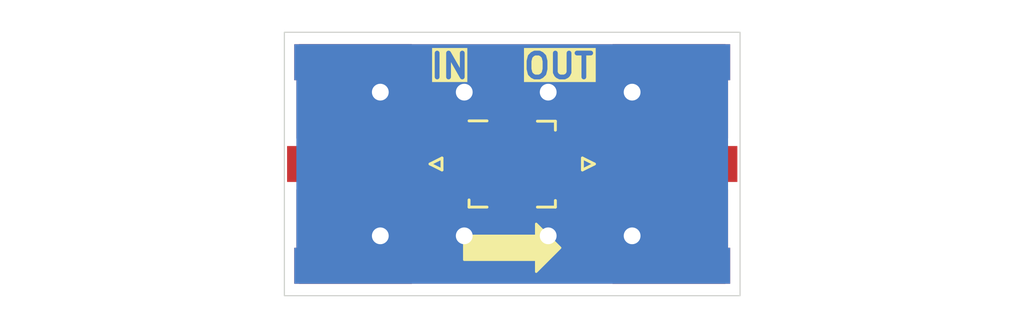
<source format=kicad_pcb>
(kicad_pcb (version 20240108) (generator "pcbnew") (generator_version "8.0")
  (title_block (date "2024-08-02") (rev "A"))
  (layers (0 "F.Cu" signal) (31 "B.Cu" signal) (34 "B.Paste" user) (35 "F.Paste" user) (36 "B.SilkS" user "B.Silkscreen") (37 "F.SilkS" user "F.Silkscreen") (38 "B.Mask" user) (39 "F.Mask" user) (44 "Edge.Cuts" user))
  (net 0 "")
  (net 1 "GND")
  (net 2 "/RF_IN")
  (net 3 "/RF_OUT")
  (footprint "Custom_Connector_Coaxial:SMA_Amphenol_132289_EdgeMount" (layer "F.Cu") (at 93.8625 30 180)
    (property "Reference" "J1" (hide yes))
    (property "Value" "SMA F Board Edge Mount")
    (fp_line (start -3.21 0) (end -3.71 -0.25) (stroke (width 0.12)) (layer "F.SilkS"))
    (fp_line (start -3.71 0.25) (end -3.21 0) (stroke (width 0.12)) (layer "F.SilkS"))
    (fp_line (start -3.71 -0.25) (end -3.71 0.25) (stroke (width 0.12)) (layer "F.SilkS"))
    (pad "1" smd rect (at 0.15 0 270) (size 1.5 5.2) (layers "F.Cu" "F.Paste" "F.Mask") (net 2 "/RF_IN") (clearance 0.2))
    (pad "2" smd rect (at 0 -4.25 270) (size 1.5 4.9) (layers "F.Cu" "F.Paste" "F.Mask") (net 1 "GND"))
    (pad "2" smd rect (at 0 -4.25 270) (size 1.5 4.9) (layers "B.Cu" "B.Paste" "B.Mask") (net 1 "GND"))
    (pad "2" smd rect (at 0 4.25 270) (size 1.5 4.9) (layers "F.Cu" "F.Paste" "F.Mask") (net 1 "GND"))
    (pad "2" smd rect (at 0 4.25 270) (size 1.5 4.9) (layers "B.Cu" "B.Paste" "B.Mask") (net 1 "GND"))
  )
  (footprint "Custom_Filter:Filter_SAW-6_3.0x3.0mm" (layer "F.Cu") (at 100.5 30)
    (property "Reference" "X1" (hide yes))
    (property "Value" "SAW-6 Filter")
    (fp_line (start -1.8 -1.8) (end -1.05 -1.8) (stroke (width 0.12)) (layer "F.SilkS"))
    (fp_line (start -1.8 1.8) (end -1.8 1.5) (stroke (width 0.12)) (layer "F.SilkS"))
    (fp_line (start -1.8 1.8) (end -1.05 1.8) (stroke (width 0.12)) (layer "F.SilkS"))
    (fp_line (start 1.8 -1.7875) (end 1.05 -1.7875) (stroke (width 0.12)) (layer "F.SilkS"))
    (fp_line (start 1.8 -1.7875) (end 1.8 -1.4125) (stroke (width 0.12)) (layer "F.SilkS"))
    (fp_line (start 1.8 1.8) (end 1.05 1.8) (stroke (width 0.12)) (layer "F.SilkS"))
    (fp_line (start 1.8 1.8) (end 1.8 1.525) (stroke (width 0.12)) (layer "F.SilkS"))
    (pad "1" smd rect (at -0.745 -1.19) (size 1.7 0.81) (layers "F.Cu" "F.Paste" "F.Mask") (net 1 "GND"))
    (pad "2" smd rect (at -1.07 0) (size 1.05 0.81) (layers "F.Cu" "F.Paste" "F.Mask") (net 2 "/RF_IN"))
    (pad "3" smd rect (at -1.07 1.19) (size 1.05 0.81) (layers "F.Cu" "F.Paste" "F.Mask") (net 1 "GND"))
    (pad "4" smd rect (at 1.07 1.19) (size 1.05 0.81) (layers "F.Cu" "F.Paste" "F.Mask") (net 1 "GND"))
    (pad "5" smd rect (at 1.09 0) (size 1.05 0.81) (layers "F.Cu" "F.Paste" "F.Mask") (net 3 "/RF_OUT"))
    (pad "6" smd rect (at 1.09 -1.19) (size 1.05 0.81) (layers "F.Cu" "F.Paste" "F.Mask") (net 1 "GND"))
  )
  (footprint "Custom_Connector_Coaxial:SMA_Amphenol_132289_EdgeMount" (layer "F.Cu") (at 107.1375 30)
    (property "Reference" "J2" (hide yes))
    (property "Value" "SMA F Board Edge Mount")
    (fp_line (start -3.71 -0.25) (end -3.71 0.25) (stroke (width 0.12)) (layer "F.SilkS"))
    (fp_line (start -3.71 0.25) (end -3.21 0) (stroke (width 0.12)) (layer "F.SilkS"))
    (fp_line (start -3.21 0) (end -3.71 -0.25) (stroke (width 0.12)) (layer "F.SilkS"))
    (pad "1" smd rect (at 0.15 0 90) (size 1.5 5.2) (layers "F.Cu" "F.Paste" "F.Mask") (net 3 "/RF_OUT") (clearance 0.2))
    (pad "2" smd rect (at 0 -4.25 90) (size 1.5 4.9) (layers "F.Cu" "F.Paste" "F.Mask") (net 1 "GND"))
    (pad "2" smd rect (at 0 -4.25 90) (size 1.5 4.9) (layers "B.Cu" "B.Paste" "B.Mask") (net 1 "GND"))
    (pad "2" smd rect (at 0 4.25 90) (size 1.5 4.9) (layers "F.Cu" "F.Paste" "F.Mask") (net 1 "GND"))
    (pad "2" smd rect (at 0 4.25 90) (size 1.5 4.9) (layers "B.Cu" "B.Paste" "B.Mask") (net 1 "GND"))
  )
  (gr_poly (pts (xy 98.5 33) (xy 101.5 33) (xy 101.5 32.5) (xy 102.5 33.5) (xy 101.5 34.5) (xy 101.5 34) (xy 98.5 34)) (stroke (width 0.1)) (fill solid) (layer "F.SilkS"))
  (gr_rect (start 91 24.5) (end 110 35.5) (stroke (width 0.05)) (fill none) (layer "Edge.Cuts"))
  (gr_text "IN" (at 97 26.5 0) (layer "F.SilkS" knockout) (effects (font (size 1 1) (thickness 0.2) (bold yes)) (justify left bottom)))
  (gr_text "OUT" (at 104 26.5 0) (layer "F.SilkS" knockout) (effects (font (size 1 1) (thickness 0.2) (bold yes)) (justify right bottom)))
  (via (at 105.5 27) (size 1.2) (drill 0.7) (layers "F.Cu" "B.Cu") (net 1))
  (via (at 95 33) (size 1.2) (drill 0.7) (layers "F.Cu" "B.Cu") (net 1))
  (via (at 95 27) (size 1.2) (drill 0.7) (layers "F.Cu" "B.Cu") (net 1))
  (via (at 102 27) (size 1.2) (drill 0.7) (layers "F.Cu" "B.Cu") (net 1))
  (via (at 105.5 33) (size 1.2) (drill 0.7) (layers "F.Cu" "B.Cu") (net 1))
  (via (at 98.5 33) (size 1.2) (drill 0.7) (layers "F.Cu" "B.Cu") (net 1))
  (via (at 102 33) (size 1.2) (drill 0.7) (layers "F.Cu" "B.Cu") (net 1))
  (via (at 98.5 27) (size 1.2) (drill 0.7) (layers "F.Cu" "B.Cu") (net 1))
  (segment (start 93.7125 30) (end 98.6 30) (width 1.15) (layer "F.Cu") (net 2))
  (segment (start 99.43 30) (end 98.6 30) (width 0.6) (layer "F.Cu") (net 2))
  (segment (start 101.59 30) (end 102.4 30) (width 0.6) (layer "F.Cu") (net 3))
  (segment (start 102.4 30) (end 107.2875 30) (width 1.15) (layer "F.Cu") (net 3))
  (zone (net 0) (net_name "") (layer "F.Cu") (connect_pads yes (clearance 0)) (min_thickness 0.25)
    (keepout (tracks allowed) (vias allowed) (pads allowed) (copperpour not_allowed) (footprints allowed))
    (fill (thermal_gap 0.5) (thermal_bridge_width 0.5))
    (polygon (pts (xy 98.1 29.2) (xy 102.9 29.2) (xy 102.9 30.8) (xy 98.1 30.8)))
  )
  (zone (net 1) (net_name "GND") (layers "F&B.Cu") (connect_pads yes (clearance 0.15)) (min_thickness 0.25) (fill yes (thermal_gap 0.5) (thermal_bridge_width 0.5))
    (polygon (pts (xy 91 24.5) (xy 110 24.5) (xy 110 35.5) (xy 91 35.5)))
  )
)
</source>
